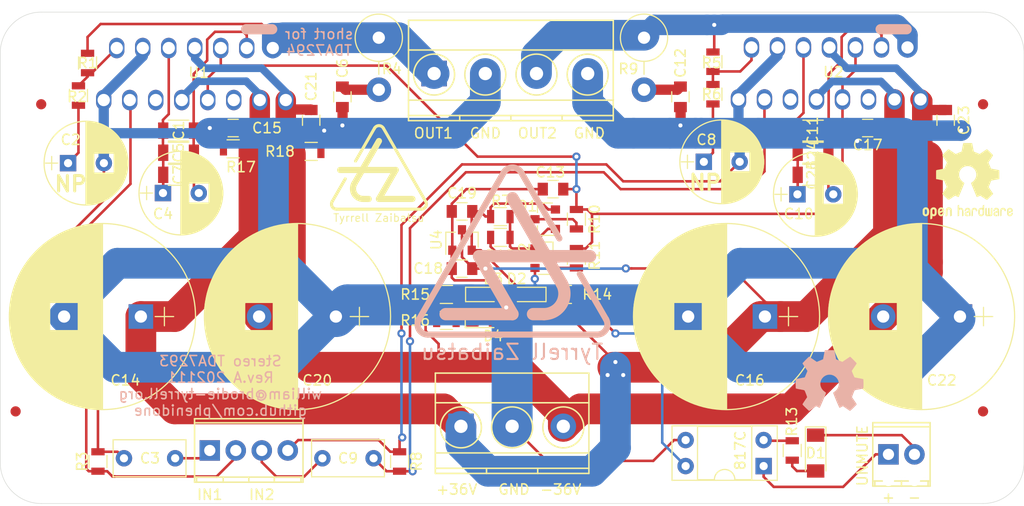
<source format=kicad_pcb>
(kicad_pcb (version 20171130) (host pcbnew 5.1.5+dfsg1-2build2)
  (layers (0 F.Cu signal) (31 B.Cu signal) (34 B.Paste user hide) (35 F.Paste user hide) (36 B.SilkS user) (37 F.SilkS user) (38 B.Mask user) (39 F.Mask user hide) (44 Edge.Cuts user))
  (net 0 "")
  (net 1 /GND)
  (net 2 "Net-(C1-Pad1)")
  (net 3 "Net-(C3-Pad2)")
  (net 4 "Net-(C3-Pad1)")
  (net 5 "Net-(C6-Pad1)")
  (net 6 "Net-(C9-Pad1)")
  (net 7 "Net-(C9-Pad2)")
  (net 8 "Net-(C10-Pad1)")
  (net 9 "Net-(C10-Pad2)")
  (net 10 "Net-(C12-Pad1)")
  (net 11 /MUTE)
  (net 12 /VCC)
  (net 13 /5V)
  (net 14 /VEE)
  (net 15 "Net-(D1-Pad2)")
  (net 16 "Net-(D1-Pad1)")
  (net 17 "Net-(J3-Pad1)")
  (net 18 "Net-(Q1-Pad1)")
  (net 19 "Net-(Q2-Pad3)")
  (net 20 "Net-(R1-Pad1)")
  (net 21 "Net-(R5-Pad1)")
  (net 22 "Net-(R12-Pad1)")
  (net 23 "Net-(R13-Pad2)")
  (net 24 "Net-(U1-Pad11)")
  (net 25 /CLIP1)
  (net 26 /CLIP2)
  (net 27 "Net-(U2-Pad11)")
  (net 28 /OUT2)
  (net 29 /OUT1)
  (net 30 "Net-(C1-Pad2)")
  (net 31 "Net-(C2-Pad1)")
  (net 32 "Net-(C8-Pad1)")
  (net 33 "Net-(D2-Pad1)")
  (net 34 "Net-(D3-Pad1)")
  (net 35 "Net-(D4-Pad1)")
  (net 36 "Net-(Q1-Pad3)")
  (module Resistors_SMD:R_0805 (layer F.Cu) (at 55.372 38.608)
    (fp_text reference R18 (at -3.048 0) (layer F.SilkS))
    (fp_text value 47k)
    (pad 1 smd rect (at -0.95 0) (size 0.7 1.3) (layers F.Cu F.Paste F.Mask) (net 14 /VEE))
    (pad 2 smd rect (at 0.95 0) (size 0.7 1.3) (layers F.Cu F.Paste F.Mask) (net 1 /GND))
  )
  (module Resistors_SMD:R_0805 (layer F.Cu) (at 47.752 38.354)
    (fp_text reference R17 (at 0.762 1.778) (layer F.SilkS))
    (fp_text value 47k)
    (pad 1 smd rect (at -0.95 0) (size 0.7 1.3) (layers F.Cu F.Paste F.Mask) (net 1 /GND))
    (pad 2 smd rect (at 0.95 0) (size 0.7 1.3) (layers F.Cu F.Paste F.Mask) (net 12 /VCC))
  )
  (module Resistors_SMD:R_0805 (layer F.Cu) (at 68.58 55.118 180)
    (fp_text reference R16 (at 3.048 0) (layer F.SilkS))
    (fp_text value 10k)
    (pad 1 smd rect (at -0.95 0 180) (size 0.7 1.3) (layers F.Cu F.Paste F.Mask) (net 35 "Net-(D4-Pad1)"))
    (pad 2 smd rect (at 0.95 0 180) (size 0.7 1.3) (layers F.Cu F.Paste F.Mask) (net 1 /GND))
  )
  (module LEDs:LED_0805 (layer F.Cu) (at 72.22 55.118)
    (fp_text reference D4 (at 0.932 1.524) (layer F.SilkS))
    (fp_text value LED)
    (pad 2 smd rect (at 1.1 0 180) (size 1.2 1.2) (layers F.Cu F.Paste F.Mask) (net 12 /VCC))
    (pad 1 smd rect (at -1.1 0 180) (size 1.2 1.2) (layers F.Cu F.Paste F.Mask) (net 35 "Net-(D4-Pad1)"))
  )
  (module Resistors_SMD:R_0805 (layer F.Cu) (at 68.58 52.578 180)
    (fp_text reference R15 (at 3.048 0) (layer F.SilkS))
    (fp_text value 10k)
    (pad 1 smd rect (at -0.95 0 180) (size 0.7 1.3) (layers F.Cu F.Paste F.Mask) (net 34 "Net-(D3-Pad1)"))
    (pad 2 smd rect (at 0.95 0 180) (size 0.7 1.3) (layers F.Cu F.Paste F.Mask) (net 14 /VEE))
  )
  (module Resistors_SMD:R_0805 (layer F.Cu) (at 80.198 52.578)
    (fp_text reference R14 (at 3.114 0) (layer F.SilkS))
    (fp_text value 1k)
    (pad 1 smd rect (at -0.95 0) (size 0.7 1.3) (layers F.Cu F.Paste F.Mask) (net 33 "Net-(D2-Pad1)"))
    (pad 2 smd rect (at 0.95 0) (size 0.7 1.3) (layers F.Cu F.Paste F.Mask) (net 22 "Net-(R12-Pad1)"))
  )
  (module LEDs:LED_0805 (layer F.Cu) (at 72.254 52.578)
    (fp_text reference D3 (at 0.898 -1.524) (layer F.SilkS))
    (fp_text value LED)
    (pad 2 smd rect (at 1.1 0 180) (size 1.2 1.2) (layers F.Cu F.Paste F.Mask) (net 1 /GND))
    (pad 1 smd rect (at -1.1 0 180) (size 1.2 1.2) (layers F.Cu F.Paste F.Mask) (net 34 "Net-(D3-Pad1)"))
  )
  (module LEDs:LED_0805 (layer F.Cu) (at 76.51 52.578 180)
    (fp_text reference D2 (at 1.072 1.524) (layer F.SilkS))
    (fp_text value LED)
    (pad 2 smd rect (at 1.1 0) (size 1.2 1.2) (layers F.Cu F.Paste F.Mask) (net 13 /5V))
    (pad 1 smd rect (at -1.1 0) (size 1.2 1.2) (layers F.Cu F.Paste F.Mask) (net 33 "Net-(D2-Pad1)"))
  )
  (module Capacitors_SMD:C_1206 (layer F.Cu) (at 104.394 40.894 180)
    (fp_text reference C25 (at 0.076 -0.016 90) (layer F.SilkS))
    (fp_text value 10u)
    (pad 1 smd rect (at -1.5 0 180) (size 1 1.6) (layers F.Cu F.Paste F.Mask) (net 9 "Net-(C10-Pad2)"))
    (pad 2 smd rect (at 1.5 0 180) (size 1 1.6) (layers F.Cu F.Paste F.Mask) (net 8 "Net-(C10-Pad1)"))
  )
  (module Capacitors_SMD:C_1206 (layer F.Cu) (at 104.394 38.735 180)
    (fp_text reference C24 (at 0 -0.254 90) (layer F.SilkS))
    (fp_text value 10u)
    (pad 1 smd rect (at -1.5 0 180) (size 1 1.6) (layers F.Cu F.Paste F.Mask) (net 9 "Net-(C10-Pad2)"))
    (pad 2 smd rect (at 1.5 0 180) (size 1 1.6) (layers F.Cu F.Paste F.Mask) (net 8 "Net-(C10-Pad1)"))
  )
  (module Capacitors_SMD:C_1206 (layer F.Cu) (at 104.394 36.576 180)
    (fp_text reference C11 (at 0.038 -0.016 90) (layer F.SilkS))
    (fp_text value 10u)
    (pad 1 smd rect (at -1.5 0 180) (size 1 1.6) (layers F.Cu F.Paste F.Mask) (net 9 "Net-(C10-Pad2)"))
    (pad 2 smd rect (at 1.5 0 180) (size 1 1.6) (layers F.Cu F.Paste F.Mask) (net 8 "Net-(C10-Pad1)"))
  )
  (module Capacitors_SMD:C_1206 (layer F.Cu) (at 42.418 40.894 180)
    (fp_text reference C7 (at 0 0 90) (layer F.SilkS))
    (fp_text value 10u)
    (pad 1 smd rect (at -1.5 0 180) (size 1 1.6) (layers F.Cu F.Paste F.Mask) (net 2 "Net-(C1-Pad1)"))
    (pad 2 smd rect (at 1.5 0 180) (size 1 1.6) (layers F.Cu F.Paste F.Mask) (net 30 "Net-(C1-Pad2)"))
  )
  (module Capacitors_SMD:C_1206 (layer F.Cu) (at 42.418 38.735 180)
    (fp_text reference C5 (at 0 0 90) (layer F.SilkS))
    (fp_text value 10u)
    (pad 1 smd rect (at -1.5 0 180) (size 1 1.6) (layers F.Cu F.Paste F.Mask) (net 2 "Net-(C1-Pad1)"))
    (pad 2 smd rect (at 1.5 0 180) (size 1 1.6) (layers F.Cu F.Paste F.Mask) (net 30 "Net-(C1-Pad2)"))
  )
  (module Capacitors_SMD:C_1206 (layer F.Cu) (at 42.418 36.576 180)
    (fp_text reference C1 (at -0.024 0 90) (layer F.SilkS))
    (fp_text value 10u)
    (pad 1 smd rect (at -1.5 0 180) (size 1 1.6) (layers F.Cu F.Paste F.Mask) (net 2 "Net-(C1-Pad1)"))
    (pad 2 smd rect (at 1.5 0 180) (size 1 1.6) (layers F.Cu F.Paste F.Mask) (net 30 "Net-(C1-Pad2)"))
  )
  (module Capacitors_ThroughHole:CP_Radial_D8.0mm_P3.50mm (layer F.Cu) (at 102.87 42.799)
    (fp_text reference C10 (at 0.127 1.905) (layer F.SilkS))
    (fp_text value 22u)
    (pad 1 thru_hole rect (at 0 0) (size 1.6 1.6) (drill 0.8) (layers *.Cu *.Mask) (net 8 "Net-(C10-Pad1)"))
    (pad 2 thru_hole circle (at 3.5 0) (size 1.6 1.6) (drill 0.8) (layers *.Cu *.Mask) (net 9 "Net-(C10-Pad2)"))
  )
  (module Capacitors_ThroughHole:CP_Radial_D8.0mm_P3.50mm (layer F.Cu) (at 93.726 39.624)
    (fp_text reference C8 (at 0.254 -2.159) (layer F.SilkS))
    (fp_text value "22u NP")
    (pad 1 thru_hole rect (at 0 0) (size 1.6 1.6) (drill 0.8) (layers *.Cu *.Mask) (net 32 "Net-(C8-Pad1)"))
    (pad 2 thru_hole circle (at 3.5 0) (size 1.6 1.6) (drill 0.8) (layers *.Cu *.Mask) (net 1 /GND))
  )
  (module Capacitors_ThroughHole:CP_Radial_D8.0mm_P3.50mm (layer F.Cu) (at 40.894 42.672)
    (fp_text reference C4 (at 0 2.032) (layer F.SilkS))
    (fp_text value 22u)
    (pad 1 thru_hole rect (at 0 0) (size 1.6 1.6) (drill 0.8) (layers *.Cu *.Mask) (net 30 "Net-(C1-Pad2)"))
    (pad 2 thru_hole circle (at 3.5 0) (size 1.6 1.6) (drill 0.8) (layers *.Cu *.Mask) (net 2 "Net-(C1-Pad1)"))
  )
  (module Capacitors_ThroughHole:CP_Radial_D8.0mm_P3.50mm (layer F.Cu) (at 31.623 39.751)
    (fp_text reference C2 (at 0.254 -2.286) (layer F.SilkS))
    (fp_text value "22u NP")
    (pad 1 thru_hole rect (at 0 0) (size 1.6 1.6) (drill 0.8) (layers *.Cu *.Mask) (net 31 "Net-(C2-Pad1)"))
    (pad 2 thru_hole circle (at 3.5 0) (size 1.6 1.6) (drill 0.8) (layers *.Cu *.Mask) (net 1 /GND))
  )
  (module pcb:OSHW-Symbol_6.7x6mm_BackSilkScreen (layer F.Cu) (at 106 61)
    (fp_text reference REF*** hide)
    (fp_text value OSHW-Symbol_6.7x6mm_SilkScreen hide)
  )
  (module tz:Tyrrell-Zaibatsu-20-Back (layer F.Cu) (at 75 49)
    (fp_text reference REF** hide)
    (fp_text value "Tyrrell Zaibatsu" hide)
    (fp_text user "Tyrrell Zaibatsu" (at 0 9.2) (layer B.SilkS) (effects (font (size 1.5 1.5) (thickness 0.2)) (justify mirror)))
  )
  (module Symbols:OSHW-Logo2_9.8x8mm_SilkScreen (layer F.Cu) (at 119.5 41.5)
    (fp_text reference REF*** hide)
    (fp_text value OSHW-Logo2_9.8x8mm_SilkScreen hide)
  )
  (module tz:Tyrrell-Zaibatsu-10 (layer F.Cu) (at 61.976 41)
    (fp_text reference REF** hide)
    (fp_text value "Tyrrell Zaibatsu" hide)
    (fp_text user "Tyrrell Zaibatsu" (at 0 4.1) (layer F.SilkS) (effects (font (size 0.75 0.75) (thickness 0.1))))
  )
  (module Terminals_Phoenix:TerminalBlock_Phoenix_MPT-2.54mm_2pol (layer F.Cu) (at 111.76 68.199)
    (fp_text reference J3 hide)
    (fp_text value Screw_Terminal_01x02 hide)
    (pad "" np_thru_hole circle (at 2.54 2.54) (size 1.1 1.1) (drill 1.1) (layers *.Cu *.Mask))
    (pad "" np_thru_hole circle (at 0 2.54) (size 1.1 1.1) (drill 1.1) (layers *.Cu *.Mask))
    (pad 1 thru_hole rect (at 0 0) (size 1.99898 1.99898) (drill 1.09728) (layers *.Cu *.Mask) (net 17 "Net-(J3-Pad1)"))
    (pad 2 thru_hole oval (at 2.54 0) (size 1.99898 1.99898) (drill 1.09728) (layers *.Cu *.Mask) (net 16 "Net-(D1-Pad1)"))
  )
  (module Terminals_Phoenix:TerminalBlock_Phoenix_MPT-2.54mm_4pol (layer F.Cu) (at 45.466 67.818)
    (fp_text reference J1 hide)
    (fp_text value Screw_Terminal_01x04 hide)
    (pad 3 thru_hole oval (at 5.08 0 180) (size 1.99898 1.99898) (drill 1.09728) (layers *.Cu *.Mask) (net 7 "Net-(C9-Pad2)"))
    (pad 2 thru_hole oval (at 2.54 0 180) (size 1.99898 1.99898) (drill 1.09728) (layers *.Cu *.Mask) (net 1 /GND))
    (pad 1 thru_hole rect (at 0 0 180) (size 1.99898 1.99898) (drill 1.09728) (layers *.Cu *.Mask) (net 3 "Net-(C3-Pad2)"))
    (pad 4 thru_hole oval (at 7.62 0 180) (size 1.99898 1.99898) (drill 1.09728) (layers *.Cu *.Mask) (net 1 /GND))
  )
  (module Mounting_Holes:MountingHole_3.2mm_M3 (layer F.Cu) (at 29 69)
    (fp_text reference H4 hide)
    (fp_text value MountingHole hide)
    (pad 1 np_thru_hole circle (at 0 0) (size 3.2 3.2) (drill 3.2) (layers *.Cu *.Mask))
  )
  (module Mounting_Holes:MountingHole_3.2mm_M3 (layer F.Cu) (at 121 69)
    (fp_text reference H3 hide)
    (fp_text value MountingHole hide)
    (pad 1 np_thru_hole circle (at 0 0) (size 3.2 3.2) (drill 3.2) (layers *.Cu *.Mask))
  )
  (module Mounting_Holes:MountingHole_3.2mm_M3 (layer F.Cu) (at 121 29)
    (fp_text reference H2 hide)
    (fp_text value MountingHole hide)
    (pad 1 np_thru_hole circle (at 0 0) (size 3.2 3.2) (drill 3.2) (layers *.Cu *.Mask))
  )
  (module Mounting_Holes:MountingHole_3.2mm_M3 (layer F.Cu) (at 29 29)
    (fp_text reference H1 hide)
    (fp_text value MountingHole hide)
    (pad 1 np_thru_hole circle (at 0 0) (size 3.2 3.2) (drill 3.2) (layers *.Cu *.Mask))
  )
  (module Fiducials:Fiducial_1mm_Dia_2mm_Outer (layer F.Cu) (at 26.5 64)
    (fp_text reference FID4 hide)
    (fp_text value Fiducial)
    (pad ~ smd circle (at 0 0) (size 1 1) (layers F.Cu F.Mask) (clearance 0.5))
  )
  (module Fiducials:Fiducial_1mm_Dia_2mm_Outer (layer F.Cu) (at 121 34)
    (fp_text reference FID3 hide)
    (fp_text value Fiducial)
    (pad ~ smd circle (at 0 0) (size 1 1) (layers F.Cu F.Mask) (clearance 0.5))
  )
  (module Fiducials:Fiducial_1mm_Dia_2mm_Outer (layer F.Cu) (at 29 34)
    (fp_text reference FID2 hide)
    (fp_text value Fiducial)
    (pad ~ smd circle (at 0 0) (size 1 1) (layers F.Cu F.Mask) (clearance 0.5))
  )
  (module Fiducials:Fiducial_1mm_Dia_2mm_Outer (layer F.Cu) (at 121 64)
    (fp_text reference FID1 hide)
    (fp_text value Fiducial)
    (pad ~ smd circle (at 0 0) (size 1 1) (layers F.Cu F.Mask) (clearance 0.5))
  )
  (module Capacitors_ThroughHole:C_Rect_L7.0mm_W3.5mm_P5.00mm (layer F.Cu) (at 37.084 68.58)
    (fp_text reference C3 (at 2.54 0) (layer F.SilkS))
    (fp_text value 1u hide)
    (pad 2 thru_hole circle (at 5 0) (size 1.6 1.6) (drill 0.8) (layers *.Cu *.Mask) (net 3 "Net-(C3-Pad2)"))
    (pad 1 thru_hole circle (at 0 0) (size 1.6 1.6) (drill 0.8) (layers *.Cu *.Mask) (net 4 "Net-(C3-Pad1)"))
  )
  (module Capacitors_SMD:C_0805 (layer F.Cu) (at 58.42 33.274 270)
    (fp_text reference C6 (at -2.794 0 270) (layer F.SilkS))
    (fp_text value 100n)
    (pad 1 smd rect (at -1 0 270) (size 1 1.25) (layers F.Cu F.Paste F.Mask) (net 5 "Net-(C6-Pad1)"))
    (pad 2 smd rect (at 1 0 270) (size 1 1.25) (layers F.Cu F.Paste F.Mask) (net 1 /GND))
  )
  (module Capacitors_ThroughHole:C_Rect_L7.0mm_W3.5mm_P5.00mm (layer F.Cu) (at 61.468 68.58 180)
    (fp_text reference C9 (at 2.5 0) (layer F.SilkS))
    (fp_text value 1u hide)
    (pad 1 thru_hole circle (at 0 0 180) (size 1.6 1.6) (drill 0.8) (layers *.Cu *.Mask) (net 6 "Net-(C9-Pad1)"))
    (pad 2 thru_hole circle (at 5 0 180) (size 1.6 1.6) (drill 0.8) (layers *.Cu *.Mask) (net 7 "Net-(C9-Pad2)"))
  )
  (module Capacitors_SMD:C_0805 (layer F.Cu) (at 91.44 33.274 270)
    (fp_text reference C12 (at -3.302 0 270) (layer F.SilkS))
    (fp_text value 100n)
    (pad 2 smd rect (at 1 0 270) (size 1 1.25) (layers F.Cu F.Paste F.Mask) (net 1 /GND))
    (pad 1 smd rect (at -1 0 270) (size 1 1.25) (layers F.Cu F.Paste F.Mask) (net 10 "Net-(C12-Pad1)"))
  )
  (module Capacitors_SMD:C_0805 (layer F.Cu) (at 78.994 42.291)
    (fp_text reference C13 (at -0.254 -1.651) (layer F.SilkS))
    (fp_text value 10u)
    (pad 2 smd rect (at 1 0) (size 1 1.25) (layers F.Cu F.Paste F.Mask) (net 11 /MUTE))
    (pad 1 smd rect (at -1 0) (size 1 1.25) (layers F.Cu F.Paste F.Mask) (net 1 /GND))
  )
  (module Capacitors_ThroughHole:CP_Radial_D18.0mm_P7.50mm (layer F.Cu) (at 38.735 54.737 180)
    (fp_text reference C14 (at 1.512 -6.232) (layer F.SilkS))
    (fp_text value 3300u)
    (pad 2 thru_hole circle (at 7.5 0 180) (size 2.4 2.4) (drill 1.2) (layers *.Cu *.Mask) (net 1 /GND))
    (pad 1 thru_hole rect (at 0 0 180) (size 2.4 2.4) (drill 1.2) (layers *.Cu *.Mask) (net 12 /VCC))
  )
  (module Capacitors_SMD:C_0805 (layer F.Cu) (at 47.752 36.322 180)
    (fp_text reference C15 (at -3.302 0) (layer F.SilkS))
    (fp_text value 1u)
    (pad 2 smd rect (at 1 0 180) (size 1 1.25) (layers F.Cu F.Paste F.Mask) (net 1 /GND))
    (pad 1 smd rect (at -1 0 180) (size 1 1.25) (layers F.Cu F.Paste F.Mask) (net 12 /VCC))
  )
  (module Capacitors_ThroughHole:CP_Radial_D18.0mm_P7.50mm (layer F.Cu) (at 99.695 54.737 180)
    (fp_text reference C16 (at 1.472 -6.232) (layer F.SilkS))
    (fp_text value 3300u)
    (pad 1 thru_hole rect (at 0 0 180) (size 2.4 2.4) (drill 1.2) (layers *.Cu *.Mask) (net 12 /VCC))
    (pad 2 thru_hole circle (at 7.5 0 180) (size 2.4 2.4) (drill 1.2) (layers *.Cu *.Mask) (net 1 /GND))
  )
  (module Capacitors_SMD:C_0805 (layer F.Cu) (at 109.728 36.322 180)
    (fp_text reference C17 (at 0 -1.651) (layer F.SilkS))
    (fp_text value 1u)
    (pad 1 smd rect (at -1 0 180) (size 1 1.25) (layers F.Cu F.Paste F.Mask) (net 12 /VCC))
    (pad 2 smd rect (at 1 0 180) (size 1 1.25) (layers F.Cu F.Paste F.Mask) (net 1 /GND))
  )
  (module Capacitors_SMD:C_0805 (layer F.Cu) (at 70.104 50.054 180)
    (fp_text reference C18 (at 3.302 0.016) (layer F.SilkS))
    (fp_text value 1u)
    (pad 1 smd rect (at -1 0 180) (size 1 1.25) (layers F.Cu F.Paste F.Mask) (net 12 /VCC))
    (pad 2 smd rect (at 1 0 180) (size 1 1.25) (layers F.Cu F.Paste F.Mask) (net 1 /GND))
  )
  (module Capacitors_SMD:C_0805 (layer F.Cu) (at 70.104 44.466 180)
    (fp_text reference C19 (at 0 1.778) (layer F.SilkS))
    (fp_text value 10u)
    (pad 2 smd rect (at 1 0 180) (size 1 1.25) (layers F.Cu F.Paste F.Mask) (net 1 /GND))
    (pad 1 smd rect (at -1 0 180) (size 1 1.25) (layers F.Cu F.Paste F.Mask) (net 13 /5V))
  )
  (module Capacitors_ThroughHole:CP_Radial_D18.0mm_P7.50mm (layer F.Cu) (at 57.785 54.737 180)
    (fp_text reference C20 (at 1.816 -6.232) (layer F.SilkS))
    (fp_text value 3300u)
    (pad 1 thru_hole rect (at 0 0 180) (size 2.4 2.4) (drill 1.2) (layers *.Cu *.Mask) (net 1 /GND))
    (pad 2 thru_hole circle (at 7.5 0 180) (size 2.4 2.4) (drill 1.2) (layers *.Cu *.Mask) (net 14 /VEE))
  )
  (module Capacitors_SMD:C_0805 (layer F.Cu) (at 55.372 35.56 90)
    (fp_text reference C21 (at 3.302 0 90) (layer F.SilkS))
    (fp_text value 1u)
    (pad 2 smd rect (at 1 0 90) (size 1 1.25) (layers F.Cu F.Paste F.Mask) (net 14 /VEE))
    (pad 1 smd rect (at -1 0 90) (size 1 1.25) (layers F.Cu F.Paste F.Mask) (net 1 /GND))
  )
  (module Capacitors_ThroughHole:CP_Radial_D18.0mm_P7.50mm (layer F.Cu) (at 118.745 54.737 180)
    (fp_text reference C22 (at 1.776 -6.232) (layer F.SilkS))
    (fp_text value 3300u)
    (pad 2 thru_hole circle (at 7.5 0 180) (size 2.4 2.4) (drill 1.2) (layers *.Cu *.Mask) (net 14 /VEE))
    (pad 1 thru_hole rect (at 0 0 180) (size 2.4 2.4) (drill 1.2) (layers *.Cu *.Mask) (net 1 /GND))
  )
  (module Capacitors_SMD:C_0805 (layer F.Cu) (at 117.348 35.56 90)
    (fp_text reference C23 (at 0 1.778 90) (layer F.SilkS))
    (fp_text value 1u)
    (pad 2 smd rect (at 1 0 90) (size 1 1.25) (layers F.Cu F.Paste F.Mask) (net 14 /VEE))
    (pad 1 smd rect (at -1 0 90) (size 1 1.25) (layers F.Cu F.Paste F.Mask) (net 1 /GND))
  )
  (module Diodes_SMD:D_MiniMELF (layer F.Cu) (at 104.648 68.072 270)
    (fp_text reference D1 (at 0 0 180) (layer F.SilkS))
    (fp_text value LL4148 hide)
    (pad 2 smd rect (at 1.75 0 270) (size 1.3 1.7) (layers F.Cu F.Paste F.Mask) (net 15 "Net-(D1-Pad2)"))
    (pad 1 smd rect (at -1.75 0 270) (size 1.3 1.7) (layers F.Cu F.Paste F.Mask) (net 16 "Net-(D1-Pad1)"))
  )
  (module Terminals_Phoenix:TerminalBlock_Phoenix_MKDS1.5-4pol (layer F.Cu) (at 67.38 31)
    (fp_text reference J2 hide)
    (fp_text value Screw_Terminal_01x04 hide)
    (pad 4 thru_hole circle (at 15 0) (size 2.5 2.5) (drill 1.3) (layers *.Cu *.Mask) (net 1 /GND))
    (pad 3 thru_hole circle (at 10 0) (size 2.5 2.5) (drill 1.3) (layers *.Cu *.Mask) (net 28 /OUT2))
    (pad 1 thru_hole rect (at 0 0) (size 2.5 2.5) (drill 1.3) (layers *.Cu *.Mask) (net 29 /OUT1))
    (pad 2 thru_hole circle (at 5 0) (size 2.5 2.5) (drill 1.3) (layers *.Cu *.Mask) (net 1 /GND))
  )
  (module Terminals_Phoenix:TerminalBlock_Phoenix_MKDS1.5-3pol (layer F.Cu) (at 70 65.46)
    (fp_text reference J4 hide)
    (fp_text value Screw_Terminal_01x03 hide)
    (pad 3 thru_hole circle (at 10 0) (size 2.5 2.5) (drill 1.3) (layers *.Cu *.Mask) (net 14 /VEE))
    (pad 1 thru_hole rect (at 0 0) (size 2.5 2.5) (drill 1.3) (layers *.Cu *.Mask) (net 12 /VCC))
    (pad 2 thru_hole circle (at 5 0) (size 2.5 2.5) (drill 1.3) (layers *.Cu *.Mask) (net 1 /GND))
  )
  (module TO_SOT_Packages_SMD:SOT-23 (layer F.Cu) (at 78.232 45.228 180)
    (fp_text reference Q1 (at 1.778 1.27) (layer F.SilkS))
    (fp_text value BSS84)
    (pad 3 smd rect (at 1 0 180) (size 0.9 0.8) (layers F.Cu F.Paste F.Mask) (net 36 "Net-(Q1-Pad3)"))
    (pad 2 smd rect (at -1 0.95 180) (size 0.9 0.8) (layers F.Cu F.Paste F.Mask) (net 13 /5V))
    (pad 1 smd rect (at -1 -0.95 180) (size 0.9 0.8) (layers F.Cu F.Paste F.Mask) (net 18 "Net-(Q1-Pad1)"))
  )
  (module TO_SOT_Packages_SMD:SOT-23 (layer F.Cu) (at 78.232 49.038)
    (fp_text reference Q2 (at -2.032 -0.524 270) (layer F.SilkS))
    (fp_text value 2N7002)
    (pad 1 smd rect (at -1 -0.95) (size 0.9 0.8) (layers F.Cu F.Paste F.Mask) (net 18 "Net-(Q1-Pad1)"))
    (pad 2 smd rect (at -1 0.95) (size 0.9 0.8) (layers F.Cu F.Paste F.Mask) (net 1 /GND))
    (pad 3 smd rect (at 1 0) (size 0.9 0.8) (layers F.Cu F.Paste F.Mask) (net 19 "Net-(Q2-Pad3)"))
  )
  (module Resistors_SMD:R_0805 (layer F.Cu) (at 33.528 29.972 90)
    (fp_text reference R1 (at 0 0 180) (layer F.SilkS))
    (fp_text value 22k)
    (pad 1 smd rect (at -0.95 0 90) (size 0.7 1.3) (layers F.Cu F.Paste F.Mask) (net 20 "Net-(R1-Pad1)"))
    (pad 2 smd rect (at 0.95 0 90) (size 0.7 1.3) (layers F.Cu F.Paste F.Mask) (net 29 /OUT1))
  )
  (module Resistors_SMD:R_0805 (layer F.Cu) (at 32.639 33.147 270)
    (fp_text reference R2 (at 0.127 0.127 180) (layer F.SilkS))
    (fp_text value 680)
    (pad 2 smd rect (at 0.95 0 270) (size 0.7 1.3) (layers F.Cu F.Paste F.Mask) (net 31 "Net-(C2-Pad1)"))
    (pad 1 smd rect (at -0.95 0 270) (size 0.7 1.3) (layers F.Cu F.Paste F.Mask) (net 20 "Net-(R1-Pad1)"))
  )
  (module Resistors_SMD:R_0805 (layer F.Cu) (at 34.544 68.895 90)
    (fp_text reference R3 (at -0.01 -1.544 90) (layer F.SilkS))
    (fp_text value 22k)
    (pad 2 smd rect (at 0.95 0 90) (size 0.7 1.3) (layers F.Cu F.Paste F.Mask) (net 4 "Net-(C3-Pad1)"))
    (pad 1 smd rect (at -0.95 0 90) (size 0.7 1.3) (layers F.Cu F.Paste F.Mask) (net 1 /GND))
  )
  (module Resistors_ThroughHole:R_Axial_DIN0414_L11.9mm_D4.5mm_P5.08mm_Vertical (layer F.Cu) (at 61.976 27.5 270)
    (fp_text reference R4 (at 3.048 -1.27 180) (layer F.SilkS))
    (fp_text value 2R7 hide)
    (pad 1 thru_hole circle (at 0 0 270) (size 2.4 2.4) (drill 1.2) (layers *.Cu *.Mask) (net 29 /OUT1))
    (pad 2 thru_hole oval (at 5.08 0 270) (size 2.4 2.4) (drill 1.2) (layers *.Cu *.Mask) (net 5 "Net-(C6-Pad1)"))
  )
  (module Resistors_SMD:R_0805 (layer F.Cu) (at 94.615 29.845 90)
    (fp_text reference R5 (at -0.127 -0.127 180) (layer F.SilkS))
    (fp_text value 22k)
    (pad 2 smd rect (at 0.95 0 90) (size 0.7 1.3) (layers F.Cu F.Paste F.Mask) (net 28 /OUT2))
    (pad 1 smd rect (at -0.95 0 90) (size 0.7 1.3) (layers F.Cu F.Paste F.Mask) (net 21 "Net-(R5-Pad1)"))
  )
  (module Resistors_SMD:R_0805 (layer F.Cu) (at 94.615 33.02 270)
    (fp_text reference R6 (at 0 0.127 180) (layer F.SilkS))
    (fp_text value 680)
    (pad 1 smd rect (at -0.95 0 270) (size 0.7 1.3) (layers F.Cu F.Paste F.Mask) (net 21 "Net-(R5-Pad1)"))
    (pad 2 smd rect (at 0.95 0 270) (size 0.7 1.3) (layers F.Cu F.Paste F.Mask) (net 32 "Net-(C8-Pad1)"))
  )
  (module Resistors_SMD:R_0805 (layer F.Cu) (at 73.848 44.974 180)
    (fp_text reference R7 (at -0.066 1.54 180) (layer F.SilkS))
    (fp_text value 10k)
    (pad 1 smd rect (at -0.95 0 180) (size 0.7 1.3) (layers F.Cu F.Paste F.Mask) (net 18 "Net-(Q1-Pad1)"))
    (pad 2 smd rect (at 0.95 0 180) (size 0.7 1.3) (layers F.Cu F.Paste F.Mask) (net 13 /5V))
  )
  (module Resistors_SMD:R_0805 (layer F.Cu) (at 64.008 68.895 270)
    (fp_text reference R8 (at 0 -1.65 90) (layer F.SilkS))
    (fp_text value 22k)
    (pad 2 smd rect (at 0.95 0 270) (size 0.7 1.3) (layers F.Cu F.Paste F.Mask) (net 6 "Net-(C9-Pad1)"))
    (pad 1 smd rect (at -0.95 0 270) (size 0.7 1.3) (layers F.Cu F.Paste F.Mask) (net 1 /GND))
  )
  (module Resistors_ThroughHole:R_Axial_DIN0414_L11.9mm_D4.5mm_P5.08mm_Vertical (layer F.Cu) (at 87.884 27.5 270)
    (fp_text reference R9 (at 3.048 1.524 180) (layer F.SilkS))
    (fp_text value 2R7 hide)
    (pad 2 thru_hole oval (at 5.08 0 270) (size 2.4 2.4) (drill 1.2) (layers *.Cu *.Mask) (net 10 "Net-(C12-Pad1)"))
    (pad 1 thru_hole circle (at 0 0 270) (size 2.4 2.4) (drill 1.2) (layers *.Cu *.Mask) (net 28 /OUT2))
  )
  (module Resistors_SMD:R_0805 (layer F.Cu) (at 81.28 45.228 90)
    (fp_text reference R10 (at 0 1.778 90) (layer F.SilkS))
    (fp_text value 10k)
    (pad 2 smd rect (at 0.95 0 90) (size 0.7 1.3) (layers F.Cu F.Paste F.Mask) (net 11 /MUTE))
    (pad 1 smd rect (at -0.95 0 90) (size 0.7 1.3) (layers F.Cu F.Paste F.Mask) (net 36 "Net-(Q1-Pad3)"))
  )
  (module Resistors_SMD:R_0805 (layer F.Cu) (at 81.28 49.038 90)
    (fp_text reference R11 (at 0.254 1.778 90) (layer F.SilkS))
    (fp_text value 1k)
    (pad 1 smd rect (at -0.95 0 90) (size 0.7 1.3) (layers F.Cu F.Paste F.Mask) (net 19 "Net-(Q2-Pad3)"))
    (pad 2 smd rect (at 0.95 0 90) (size 0.7 1.3) (layers F.Cu F.Paste F.Mask) (net 11 /MUTE))
  )
  (module Resistors_SMD:R_0805 (layer F.Cu) (at 73.848 47.006)
    (fp_text reference R12 (at 0 1.778) (layer F.SilkS))
    (fp_text value 100)
    (pad 1 smd rect (at -0.95 0) (size 0.7 1.3) (layers F.Cu F.Paste F.Mask) (net 22 "Net-(R12-Pad1)"))
    (pad 2 smd rect (at 0.95 0) (size 0.7 1.3) (layers F.Cu F.Paste F.Mask) (net 18 "Net-(Q1-Pad1)"))
  )
  (module Resistors_SMD:R_0805 (layer F.Cu) (at 102.362 67.818 90)
    (fp_text reference R13 (at 2.818 -0.044 270) (layer F.SilkS))
    (fp_text value 3k9)
    (pad 2 smd rect (at 0.95 0 90) (size 0.7 1.3) (layers F.Cu F.Paste F.Mask) (net 23 "Net-(R13-Pad2)"))
    (pad 1 smd rect (at -0.95 0 90) (size 0.7 1.3) (layers F.Cu F.Paste F.Mask) (net 15 "Net-(D1-Pad2)"))
  )
  (module power:Multiwatt15V (layer F.Cu) (at 44 28.508)
    (fp_text reference U1 (at 0.381 2.413) (layer F.SilkS))
    (fp_text value TDA7293)
    (pad 15 thru_hole oval (at 8.89 5.08 90) (size 2 1.5) (drill 1.2) (layers *.Cu *.Mask) (net 14 /VEE))
    (pad 14 thru_hole oval (at 7.62 0 90) (size 2 1.5) (drill 1.2) (layers *.Cu *.Mask) (net 29 /OUT1))
    (pad 13 thru_hole oval (at 6.35 5.08 90) (size 2 1.5) (drill 1.2) (layers *.Cu *.Mask) (net 12 /VCC))
    (pad 12 thru_hole oval (at 5.08 0 90) (size 2 1.5) (drill 1.2) (layers *.Cu *.Mask) (net 2 "Net-(C1-Pad1)"))
    (pad 11 thru_hole oval (at 3.81 5.08 90) (size 2 1.5) (drill 1.2) (layers *.Cu *.Mask) (net 24 "Net-(U1-Pad11)"))
    (pad 10 thru_hole oval (at 2.54 0 90) (size 2 1.5) (drill 1.2) (layers *.Cu *.Mask) (net 11 /MUTE))
    (pad 9 thru_hole oval (at 1.27 5.08 90) (size 2 1.5) (drill 1.2) (layers *.Cu *.Mask) (net 11 /MUTE))
    (pad 8 thru_hole oval (at 0 0 90) (size 2 1.5) (drill 1.2) (layers *.Cu *.Mask) (net 14 /VEE))
    (pad 7 thru_hole oval (at -1.27 5.08 90) (size 2 1.5) (drill 1.2) (layers *.Cu *.Mask) (net 12 /VCC))
    (pad 6 thru_hole oval (at -2.54 0 90) (size 2 1.5) (drill 1.2) (layers *.Cu *.Mask) (net 30 "Net-(C1-Pad2)"))
    (pad 5 thru_hole oval (at -3.81 5.08 90) (size 2 1.5) (drill 1.2) (layers *.Cu *.Mask) (net 25 /CLIP1))
    (pad 4 thru_hole oval (at -5.08 0 90) (size 2 1.5) (drill 1.2) (layers *.Cu *.Mask) (net 1 /GND))
    (pad 3 thru_hole oval (at -6.35 5.08 90) (size 2 1.5) (drill 1.2) (layers *.Cu *.Mask) (net 4 "Net-(C3-Pad1)"))
    (pad 2 thru_hole oval (at -7.62 0 90) (size 2 1.5) (drill 1.2) (layers *.Cu *.Mask) (net 20 "Net-(R1-Pad1)"))
    (pad 1 thru_hole oval (at -8.89 5.08 90) (size 2 1.5) (drill 1.2) (layers *.Cu *.Mask) (net 1 /GND))
  )
  (module power:Multiwatt15V (layer F.Cu) (at 106 28.448)
    (fp_text reference U2 (at 0.381 2.413) (layer F.SilkS))
    (fp_text value TDA7293)
    (pad 15 thru_hole oval (at 8.89 5.08 90) (size 2 1.5) (drill 1.2) (layers *.Cu *.Mask) (net 14 /VEE))
    (pad 14 thru_hole oval (at 7.62 0 90) (size 2 1.5) (drill 1.2) (layers *.Cu *.Mask) (net 28 /OUT2))
    (pad 13 thru_hole oval (at 6.35 5.08 90) (size 2 1.5) (drill 1.2) (layers *.Cu *.Mask) (net 12 /VCC))
    (pad 12 thru_hole oval (at 5.08 0 90) (size 2 1.5) (drill 1.2) (layers *.Cu *.Mask) (net 9 "Net-(C10-Pad2)"))
    (pad 11 thru_hole oval (at 3.81 5.08 90) (size 2 1.5) (drill 1.2) (layers *.Cu *.Mask) (net 27 "Net-(U2-Pad11)"))
    (pad 10 thru_hole oval (at 2.54 0 90) (size 2 1.5) (drill 1.2) (layers *.Cu *.Mask) (net 11 /MUTE))
    (pad 9 thru_hole oval (at 1.27 5.08 90) (size 2 1.5) (drill 1.2) (layers *.Cu *.Mask) (net 11 /MUTE))
    (pad 8 thru_hole oval (at 0 0 90) (size 2 1.5) (drill 1.2) (layers *.Cu *.Mask) (net 14 /VEE))
    (pad 7 thru_hole oval (at -1.27 5.08 90) (size 2 1.5) (drill 1.2) (layers *.Cu *.Mask) (net 12 /VCC))
    (pad 6 thru_hole oval (at -2.54 0 90) (size 2 1.5) (drill 1.2) (layers *.Cu *.Mask) (net 8 "Net-(C10-Pad1)"))
    (pad 5 thru_hole oval (at -3.81 5.08 90) (size 2 1.5) (drill 1.2) (layers *.Cu *.Mask) (net 26 /CLIP2))
    (pad 4 thru_hole oval (at -5.08 0 90) (size 2 1.5) (drill 1.2) (layers *.Cu *.Mask) (net 1 /GND))
    (pad 3 thru_hole oval (at -6.35 5.08 90) (size 2 1.5) (drill 1.2) (layers *.Cu *.Mask) (net 6 "Net-(C9-Pad1)"))
    (pad 2 thru_hole oval (at -7.62 0 90) (size 2 1.5) (drill 1.2) (layers *.Cu *.Mask) (net 21 "Net-(R5-Pad1)"))
    (pad 1 thru_hole oval (at -8.89 5.08 90) (size 2 1.5) (drill 1.2) (layers *.Cu *.Mask) (net 1 /GND))
  )
  (module Housings_DIP:DIP-4_W7.62mm_Socket (layer F.Cu) (at 99.568 69.342 180)
    (fp_text reference U3 hide)
    (fp_text value PC817)
    (pad 4 thru_hole oval (at 7.62 0 180) (size 1.6 1.6) (drill 0.8) (layers *.Cu *.Mask) (net 22 "Net-(R12-Pad1)"))
    (pad 2 thru_hole oval (at 0 2.54 180) (size 1.6 1.6) (drill 0.8) (layers *.Cu *.Mask) (net 23 "Net-(R13-Pad2)"))
    (pad 3 thru_hole oval (at 7.62 2.54 180) (size 1.6 1.6) (drill 0.8) (layers *.Cu *.Mask) (net 1 /GND))
    (pad 1 thru_hole rect (at 0 0 180) (size 1.6 1.6) (drill 0.8) (layers *.Cu *.Mask) (net 17 "Net-(J3-Pad1)"))
  )
  (module TO_SOT_Packages_SMD:SOT-23 (layer F.Cu) (at 70.104 47.26 90)
    (fp_text reference U4 (at 0.016 -2.5 90) (layer F.SilkS))
    (fp_text value MCP1792)
    (pad 3 smd rect (at 1 0 90) (size 0.9 0.8) (layers F.Cu F.Paste F.Mask) (net 12 /VCC))
    (pad 2 smd rect (at -1 0.95 90) (size 0.9 0.8) (layers F.Cu F.Paste F.Mask) (net 13 /5V))
    (pad 1 smd rect (at -1 -0.95 90) (size 0.9 0.8) (layers F.Cu F.Paste F.Mask) (net 1 /GND))
  )
  (gr_text "short for\nTDA7294" (at 56.134 27.94) (layer B.SilkS) (effects (font (size 1 1)) (justify mirror)))
  (gr_line (start 49.022 26.67) (end 51.562 26.67) (layer B.SilkS) (width 1))
  (gr_line (start 110.998 26.67) (end 113.538 26.67) (layer B.SilkS) (width 1))
  (gr_text NP (at 93.853 41.656) (layer F.SilkS) (effects (font (size 1.5 1.5) (thickness 0.3))))
  (gr_text NP (at 31.877 41.783) (layer F.SilkS) (effects (font (size 1.5 1.5) (thickness 0.3))))
  (gr_text "Stereo TDA7293\nRev.A 202111\nwilliam@brodie-tyrrell.org\ngithub.com/phenidone" (at 46.5 61.5) (layer B.SilkS) (effects (font (size 1 1)) (justify mirror)))
  (gr_arc (start 29 29) (end 29 25) (angle -90) (layer Edge.Cuts) (width 0.05))
  (gr_arc (start 29 69) (end 25 69) (angle -90) (layer Edge.Cuts) (width 0.05))
  (gr_arc (start 121 69) (end 121 73) (angle -90) (layer Edge.Cuts) (width 0.05))
  (gr_arc (start 121 29) (end 125 29) (angle -90) (layer Edge.Cuts) (width 0.05))
  (gr_text - (at 114.3 72.39) (layer F.SilkS) (effects (font (size 1 1))))
  (gr_text + (at 111.76 72.39) (layer F.SilkS) (effects (font (size 1 1))))
  (gr_text GND (at 82.55 36.83) (layer F.SilkS) (effects (font (size 1 1))))
  (gr_text GND (at 72.39 36.83) (layer F.SilkS) (effects (font (size 1 1))))
  (gr_text OUT2 (at 77.47 36.83) (layer F.SilkS) (effects (font (size 1 1))))
  (gr_text OUT1 (at 67.31 36.83) (layer F.SilkS) (effects (font (size 1 1))))
  (gr_text UNMUTE (at 109.22 68.326 90) (layer F.SilkS) (effects (font (size 1 1))))
  (gr_text 817C (at 97.282 67.818 90) (layer F.SilkS) (effects (font (size 1 1))))
  (gr_text -36V (at 79.756 71.628) (layer F.SilkS) (effects (font (size 1 1))))
  (gr_text GND (at 75.184 71.628) (layer F.SilkS) (effects (font (size 1 1))))
  (gr_text +36V (at 69.596 71.628) (layer F.SilkS) (effects (font (size 1 1))))
  (gr_text IN2 (at 50.546 72.136) (layer F.SilkS) (effects (font (size 1 1))))
  (gr_text IN1 (at 45.466 72.136) (layer F.SilkS) (effects (font (size 1 1))))
  (gr_line (start 29 73) (end 121 73) (layer Edge.Cuts) (width 0.05))
  (gr_line (start 121 25) (end 29 25) (layer Edge.Cuts) (width 0.05))
  (gr_line (start 125 69) (end 125 29) (layer Edge.Cuts) (width 0.05))
  (gr_line (start 25 29) (end 25 69) (layer Edge.Cuts) (width 0.05))
  (segment (start 69.104 50.054) (end 69.104 49.816) (width 0.25) (layer F.Cu) (net 1))
  (segment (start 69.104 48.31) (end 69.154 48.26) (width 0.25) (layer F.Cu) (net 1))
  (segment (start 69.104 50.054) (end 69.104 48.31) (width 0.25) (layer F.Cu) (net 1))
  (segment (start 38.92 29.31027) (end 38.92 28.508) (width 1) (layer B.Cu) (net 1))
  (segment (start 35.11 33.12027) (end 38.92 29.31027) (width 1) (layer B.Cu) (net 1))
  (segment (start 35.11 33.588) (end 35.11 33.12027) (width 1) (layer B.Cu) (net 1))
  (segment (start 97.11 33.528) (end 97.11 33.06027) (width 1) (layer B.Cu) (net 1))
  (segment (start 97.11 33.06027) (end 100.92 29.25027) (width 1) (layer B.Cu) (net 1))
  (segment (start 100.92 29.25027) (end 100.92 28.448) (width 1) (layer B.Cu) (net 1))
  (segment (start 97.062 36.576) (end 97.028 36.576) (width 2) (layer B.Cu) (net 1))
  (segment (start 97.11 36.528) (end 97.062 36.576) (width 2) (layer B.Cu) (net 1))
  (segment (start 97.11 33.528) (end 97.11 36.528) (width 1) (layer B.Cu) (net 1))
  (segment (start 92.195 54.737) (end 92.195 54.617) (width 2) (layer B.Cu) (net 1))
  (segment (start 118.745 54.737) (end 118.745 54.991) (width 2) (layer B.Cu) (net 1))
  (segment (start 57.785 54.737) (end 57.531 54.737) (width 2) (layer B.Cu) (net 1))
  (segment (start 75 65.46) (end 75 65.208) (width 2) (layer B.Cu) (net 1))
  (via (at 58.42 36.068) (size 1) (drill 0.4) (layers F.Cu B.Cu) (net 1))
  (segment (start 58.436 34.544) (end 58.436 36.052) (width 1) (layer F.Cu) (net 1))
  (segment (start 94.488 36.576) (end 93.472 36.576) (width 2) (layer B.Cu) (net 1))
  (segment (start 114.100001 37.392001) (end 114.100001 49.475999) (width 3) (layer B.Cu) (net 1))
  (segment (start 113.284 36.83) (end 107.695998 36.83) (width 3) (layer B.Cu) (net 1))
  (segment (start 91.948 66.802) (end 91.694 66.802) (width 0.25) (layer B.Cu) (net 1))
  (segment (start 48 67.824) (end 48.006 67.818) (width 0.25) (layer F.Cu) (net 1))
  (segment (start 48 68.5) (end 48 67.824) (width 0.25) (layer F.Cu) (net 1))
  (segment (start 46.142 70.358) (end 48 68.5) (width 0.25) (layer F.Cu) (net 1))
  (segment (start 114.046 59.69) (end 97.148 59.69) (width 3) (layer B.Cu) (net 1))
  (segment (start 97.148 59.69) (end 92.195 54.737) (width 3) (layer B.Cu) (net 1))
  (segment (start 118.745 54.991) (end 114.046 59.69) (width 3) (layer B.Cu) (net 1))
  (segment (start 36.188 59.69) (end 31.235 54.737) (width 3) (layer B.Cu) (net 1))
  (segment (start 52.578 59.69) (end 36.188 59.69) (width 3) (layer B.Cu) (net 1))
  (segment (start 57.531 54.737) (end 52.578 59.69) (width 3) (layer B.Cu) (net 1))
  (segment (start 36.442 49.53) (end 52.238 49.53) (width 3) (layer B.Cu) (net 1))
  (segment (start 31.235 54.737) (end 36.442 49.53) (width 3) (layer B.Cu) (net 1))
  (segment (start 57.785 54.737) (end 51.562 48.514) (width 3) (layer B.Cu) (net 1))
  (segment (start 97.282 49.53) (end 112.522 49.53) (width 3) (layer B.Cu) (net 1))
  (segment (start 92.195 54.617) (end 97.282 49.53) (width 3) (layer B.Cu) (net 1))
  (segment (start 113.792 49.784) (end 118.745 54.737) (width 3) (layer B.Cu) (net 1))
  (segment (start 113.792 49.276) (end 113.792 49.784) (width 3) (layer B.Cu) (net 1))
  (segment (start 51.689 36.83) (end 51.689 49.53) (width 3) (layer B.Cu) (net 1))
  (segment (start 93.123 36.925) (end 93.472 36.576) (width 0.25) (layer B.Cu) (net 1))
  (segment (start 78.374 68.834) (end 75 65.46) (width 0.25) (layer F.Cu) (net 1))
  (segment (start 88.78463 68.834) (end 78.374 68.834) (width 0.25) (layer F.Cu) (net 1))
  (segment (start 90.81663 66.802) (end 88.78463 68.834) (width 0.25) (layer F.Cu) (net 1))
  (segment (start 91.948 66.802) (end 90.81663 66.802) (width 0.25) (layer F.Cu) (net 1))
  (segment (start 69.154 44.516) (end 69.104 44.466) (width 0.25) (layer F.Cu) (net 1))
  (segment (start 69.154 48.26) (end 69.154 44.516) (width 0.25) (layer F.Cu) (net 1))
  (segment (start 99.004 36.886) (end 99.06 36.83) (width 0.25) (layer B.Cu) (net 1))
  (segment (start 107.695998 36.83) (end 99.06 36.83) (width 3) (layer B.Cu) (net 1))
  (segment (start 35.123 39.751) (end 35.123 38.61963) (width 1) (layer B.Cu) (net 1))
  (segment (start 97.226 39.624) (end 97.226 37.409) (width 1) (layer B.Cu) (net 1))
  (segment (start 69.342 36.83) (end 72.38 33.792) (width 3) (layer B.Cu) (net 1))
  (segment (start 72.38 33.792) (end 72.38 31) (width 3) (layer B.Cu) (net 1))
  (segment (start 51.689 36.83) (end 69.342 36.83) (width 3) (layer B.Cu) (net 1))
  (segment (start 35.957 70.358) (end 36.195 70.358) (width 0.25) (layer F.Cu) (net 1))
  (segment (start 34.544 69.845) (end 35.444 69.845) (width 0.25) (layer F.Cu) (net 1))
  (segment (start 36.195 70.358) (end 46.142 70.358) (width 0.25) (layer F.Cu) (net 1))
  (segment (start 35.444 69.845) (end 35.957 70.358) (width 0.25) (layer F.Cu) (net 1))
  (segment (start 36.096 70.358) (end 36.195 70.358) (width 0.25) (layer F.Cu) (net 1))
  (segment (start 35.123 43.363) (end 35.123 39.751) (width 0.25) (layer F.Cu) (net 1))
  (segment (start 27.996 50.49) (end 35.123 43.363) (width 0.25) (layer F.Cu) (net 1))
  (segment (start 27.996 57.714) (end 27.996 50.49) (width 0.25) (layer F.Cu) (net 1))
  (segment (start 33.401 63.119) (end 27.996 57.714) (width 0.25) (layer F.Cu) (net 1))
  (segment (start 33.401 69.602) (end 33.401 63.119) (width 0.25) (layer F.Cu) (net 1))
  (segment (start 33.644 69.845) (end 33.401 69.602) (width 0.25) (layer F.Cu) (net 1))
  (segment (start 34.544 69.845) (end 33.644 69.845) (width 0.25) (layer F.Cu) (net 1))
  (segment (start 97.226 39.68) (end 97.226 39.624) (width 0.25) (layer B.Cu) (net 1))
  (segment (start 58.928 53.594) (end 71.12 53.594) (width 4) (layer B.Cu) (net 1))
  (segment (start 57.785 54.737) (end 58.928 53.594) (width 4) (layer B.Cu) (net 1))
  (segment (start 70.485 53.594) (end 75.565 53.594) (width 4) (layer B.Cu) (net 1))
  (via (at 77.215996 51.054) (size 0.8) (drill 0.4) (layers F.Cu B.Cu) (net 1))
  (segment (start 77.232 49.988) (end 77.232 51.037996) (width 0.25) (layer F.Cu) (net 1))
  (segment (start 77.232 51.037996) (end 77.215996 51.054) (width 0.25) (layer F.Cu) (net 1))
  (segment (start 75.057 54.864) (end 77.215996 52.705004) (width 0.25) (layer B.Cu) (net 1))
  (segment (start 77.215996 51.561996) (end 77.215996 51.054) (width 0.25) (layer B.Cu) (net 1))
  (segment (start 77.47 51.816) (end 77.215996 51.561996) (width 0.25) (layer B.Cu) (net 1))
  (segment (start 73.354 52.578) (end 73.354 51.728) (width 0.25) (layer F.Cu) (net 1))
  (segment (start 73.354 51.728) (end 72.825999 51.199999) (width 0.25) (layer F.Cu) (net 1))
  (segment (start 69.374999 51.199999) (end 72.825999 51.199999) (width 0.25) (layer F.Cu) (net 1))
  (segment (start 69.104 50.929) (end 69.374999 51.199999) (width 0.25) (layer F.Cu) (net 1))
  (segment (start 69.104 50.054) (end 69.104 50.929) (width 0.25) (layer F.Cu) (net 1))
  (segment (start 75 54.159) (end 75 65.46) (width 4) (layer B.Cu) (net 1))
  (segment (start 75.565 53.594) (end 75 54.159) (width 4) (layer B.Cu) (net 1))
  (via (at 118.855996 36.56) (size 1) (drill 0.4) (layers F.Cu B.Cu) (net 1))
  (segment (start 119.11 36.56) (end 118.855996 36.56) (width 0.25) (layer F.Cu) (net 1))
  (segment (start 118.839996 36.576) (end 118.855996 36.56) (width 2) (layer B.Cu) (net 1))
  (segment (start 114.3 36.576) (end 118.839996 36.576) (width 2) (layer B.Cu) (net 1))
  (segment (start 114.100001 36.775999) (end 114.3 36.576) (width 2) (layer B.Cu) (net 1))
  (segment (start 114.100001 37.392001) (end 114.100001 36.775999) (width 2) (layer B.Cu) (net 1))
  (segment (start 55.388 36.576) (end 56.642 36.576) (width 1) (layer F.Cu) (net 1))
  (segment (start 55.372 36.56) (end 55.388 36.576) (width 1) (layer F.Cu) (net 1))
  (via (at 56.642 36.576) (size 1) (drill 0.4) (layers F.Cu B.Cu) (net 1))
  (segment (start 117.348 36.56) (end 118.855996 36.56) (width 1) (layer F.Cu) (net 1))
  (via (at 74.422 53.847994) (size 0.8) (drill 0.4) (layers F.Cu B.Cu) (net 1))
  (segment (start 74.421994 53.848) (end 74.422 53.847994) (width 0.25) (layer F.Cu) (net 1))
  (segment (start 68 53.848) (end 74.421994 53.848) (width 0.25) (layer F.Cu) (net 1))
  (segment (start 67.63 54.218) (end 68 53.848) (width 0.25) (layer F.Cu) (net 1))
  (segment (start 67.63 55.118) (end 67.63 54.218) (width 0.25) (layer F.Cu) (net 1))
  (segment (start 73.354 53.796) (end 73.406 53.848) (width 0.25) (layer F.Cu) (net 1))
  (segment (start 73.354 52.578) (end 73.354 53.796) (width 0.25) (layer F.Cu) (net 1))
  (segment (start 53.086 67.818) (end 54.102 66.802) (width 0.25) (layer F.Cu) (net 1))
  (segment (start 63.108 67.945) (end 61.965 66.802) (width 0.25) (layer F.Cu) (net 1))
  (segment (start 61.965 66.802) (end 54.102 66.802) (width 0.25) (layer F.Cu) (net 1))
  (segment (start 64.008 67.945) (end 63.108 67.945) (width 0.25) (layer F.Cu) (net 1))
  (via (at 64.19194 56.388) (size 0.8) (drill 0.4) (layers F.Cu B.Cu) (net 1))
  (via (at 64.262 66.548) (size 0.8) (drill 0.4) (layers F.Cu B.Cu) (net 1))
  (segment (start 64.008 67.945) (end 64.008 66.802) (width 0.25) (layer F.Cu) (net 1))
  (segment (start 64.008 66.802) (end 64.262 66.548) (width 0.25) (layer F.Cu) (net 1))
  (segment (start 64.19194 56.388) (end 64.19194 66.47794) (width 0.25) (layer B.Cu) (net 1))
  (segment (start 64.19194 66.47794) (end 64.262 66.548) (width 0.25) (layer B.Cu) (net 1))
  (via (at 108.712 37.592) (size 1) (drill 0.4) (layers F.Cu B.Cu) (net 1))
  (segment (start 108.712 36.884894) (end 108.712 37.592) (width 1) (layer F.Cu) (net 1))
  (segment (start 108.728 36.322) (end 108.712 36.338) (width 1) (layer F.Cu) (net 1))
  (segment (start 108.712 36.338) (end 108.712 36.884894) (width 1) (layer F.Cu) (net 1))
  (segment (start 91.052 53.594) (end 92.195 54.737) (width 4) (layer B.Cu) (net 1))
  (segment (start 75.565 53.594) (end 91.052 53.594) (width 4) (layer B.Cu) (net 1))
  (segment (start 56.322 36.896) (end 56.642 36.576) (width 0.25) (layer F.Cu) (net 1))
  (segment (start 56.322 38.608) (end 56.322 36.896) (width 0.25) (layer F.Cu) (net 1))
  (via (at 45.466002 36.322) (size 1) (drill 0.4) (layers F.Cu B.Cu) (net 1))
  (segment (start 46.736 36.322) (end 45.466002 36.322) (width 1) (layer F.Cu) (net 1))
  (segment (start 46.802 36.372) (end 46.752 36.322) (width 0.25) (layer F.Cu) (net 1))
  (segment (start 46.802 38.354) (end 46.802 36.372) (width 0.25) (layer F.Cu) (net 1))
  (segment (start 69.104 44.466) (end 69.104 43.72) (width 0.25) (layer F.Cu) (net 1))
  (segment (start 70.533 42.291) (end 77.994 42.291) (width 0.25) (layer F.Cu) (net 1))
  (segment (start 69.104 43.72) (end 70.533 42.291) (width 0.25) (layer F.Cu) (net 1))
  (segment (start 82.38 31) (end 82.38 33.866) (width 3) (layer B.Cu) (net 1))
  (segment (start 82.38 33.866) (end 85.344 36.83) (width 3) (layer B.Cu) (net 1))
  (segment (start 85.344 36.83) (end 86.868 36.83) (width 3) (layer B.Cu) (net 1))
  (segment (start 99.06 36.83) (end 97.028 36.83) (width 3) (layer B.Cu) (net 1))
  (segment (start 97.028 36.83) (end 93.472 36.83) (width 3) (layer B.Cu) (net 1))
  (segment (start 92.906315 36.83) (end 93.472 36.83) (width 3) (layer B.Cu) (net 1))
  (segment (start 90.424 36.83) (end 92.906315 36.83) (width 3) (layer B.Cu) (net 1))
  (segment (start 86.868 36.83) (end 90.424 36.83) (width 3) (layer B.Cu) (net 1))
  (via (at 91.44 36.068) (size 0.8) (drill 0.4) (layers F.Cu B.Cu) (net 1))
  (segment (start 91.456 36.052) (end 91.44 36.068) (width 0.25) (layer F.Cu) (net 1))
  (segment (start 91.456 34.29) (end 91.456 36.052) (width 1) (layer F.Cu) (net 1))
  (segment (start 91.44 34.274) (end 91.456 34.29) (width 1) (layer F.Cu) (net 1))
  (segment (start 64.19194 55.822315) (end 64.19194 56.388) (width 0.25) (layer F.Cu) (net 1))
  (segment (start 64.19194 45.79006) (end 64.19194 55.822315) (width 0.25) (layer F.Cu) (net 1))
  (segment (start 70.104 39.878) (end 64.19194 45.79006) (width 0.25) (layer F.Cu) (net 1))
  (segment (start 84.201 39.878) (end 70.104 39.878) (width 0.25) (layer F.Cu) (net 1))
  (segment (start 85.852 41.529) (end 84.201 39.878) (width 0.25) (layer F.Cu) (net 1))
  (segment (start 95.321 41.529) (end 85.852 41.529) (width 0.25) (layer F.Cu) (net 1))
  (segment (start 97.226 39.624) (end 95.321 41.529) (width 0.25) (layer F.Cu) (net 1))
  (segment (start 35.11 39.738) (end 35.11 33.588) (width 1) (layer B.Cu) (net 1))
  (segment (start 35.123 39.751) (end 35.11 39.738) (width 1) (layer B.Cu) (net 1))
  (segment (start 35.123 39.751) (end 35.123 37.775) (width 1) (layer B.Cu) (net 1))
  (segment (start 51.689 36.83) (end 45.466 36.83) (width 3) (layer B.Cu) (net 1))
  (segment (start 45.466 36.83) (end 35.052 36.83) (width 1) (layer B.Cu) (net 1))
  (segment (start 48.746 26.924) (end 49.08 27.258) (width 0.25) (layer F.Cu) (net 2))
  (segment (start 45.974 26.924) (end 48.746 26.924) (width 0.25) (layer F.Cu) (net 2))
  (segment (start 43.894 31.036) (end 45.212 29.718) (width 0.25) (layer F.Cu) (net 2))
  (segment (start 45.212 29.718) (end 45.212 27.686) (width 0.25) (layer F.Cu) (net 2))
  (segment (start 43.918 38.608) (end 43.894 38.584) (width 0.25) (layer F.Cu) (net 2))
  (segment (start 49.08 27.258) (end 49.08 28.508) (width 0.25) (layer F.Cu) (net 2))
  (segment (start 43.894 38.584) (end 43.894 31.036) (width 0.25) (layer F.Cu) (net 2))
  (segment (start 43.918 42.196) (end 43.918 38.608) (width 0.25) (layer F.Cu) (net 2))
  (segment (start 45.212 27.686) (end 45.974 26.924) (width 0.25) (layer F.Cu) (net 2))
  (segment (start 44.394 42.672) (end 43.918 42.196) (width 0.25) (layer F.Cu) (net 2))
  (segment (start 44.704 68.58) (end 45.466 67.818) (width 0.25) (layer F.Cu) (net 3))
  (segment (start 42.084 68.58) (end 44.704 68.58) (width 0.25) (layer F.Cu) (net 3))
  (segment (start 37.65 33.588) (end 37.65 33.838) (width 0.25) (layer F.Cu) (net 4))
  (segment (start 36.962 68.702) (end 37.084 68.58) (width 0.25) (layer F.Cu) (net 4))
  (segment (start 37.084 68.442) (end 37.084 68.58) (width 0.25) (layer F.Cu) (net 4))
  (segment (start 37.084 68.58) (end 36.449 67.945) (width 0.25) (layer F.Cu) (net 4))
  (segment (start 36.449 67.945) (end 34.544 67.945) (width 0.25) (layer F.Cu) (net 4))
  (segment (start 37.906 33.588) (end 37.65 33.588) (width 0.25) (layer F.Cu) (net 4))
  (segment (start 37.719 41.783) (end 37.719 33.775) (width 0.25) (layer F.Cu) (net 4))
  (segment (start 28.702 50.8) (end 37.719 41.783) (width 0.25) (layer F.Cu) (net 4))
  (segment (start 28.702 57.404) (end 28.702 50.8) (width 0.25) (layer F.Cu) (net 4))
  (segment (start 37.719 33.775) (end 37.906 33.588) (width 0.25) (layer F.Cu) (net 4))
  (segment (start 34.544 63.246) (end 28.702 57.404) (width 0.25) (layer F.Cu) (net 4))
  (segment (start 34.544 67.945) (end 34.544 63.246) (width 0.25) (layer F.Cu) (net 4))
  (segment (start 58.726 32.58) (end 61.976 32.58) (width 1) (layer F.Cu) (net 5))
  (segment (start 58.42 32.274) (end 58.726 32.58) (width 1) (layer F.Cu) (net 5))
  (segment (start 61.468 68.58) (end 62.738 69.85) (width 0.25) (layer F.Cu) (net 6))
  (segment (start 62.743 69.845) (end 64.008 69.845) (width 0.25) (layer F.Cu) (net 6))
  (segment (start 62.738 69.85) (end 62.743 69.845) (width 0.25) (layer F.Cu) (net 6))
  (via (at 65.024 57.15) (size 0.8) (drill 0.4) (layers F.Cu B.Cu) (net 6))
  (via (at 65.278016 69.85) (size 0.8) (drill 0.4) (layers F.Cu B.Cu) (net 6))
  (segment (start 64.008 69.845) (end 65.273016 69.845) (width 0.25) (layer F.Cu) (net 6))
  (segment (start 65.024 69.595984) (end 65.278016 69.85) (width 0.25) (layer B.Cu) (net 6))
  (segment (start 65.273016 69.845) (end 65.278016 69.85) (width 0.25) (layer F.Cu) (net 6))
  (segment (start 65.024 57.15) (end 65.024 69.595984) (width 0.25) (layer B.Cu) (net 6))
  (segment (start 65.024 56.584315) (end 65.024 57.15) (width 0.25) (layer F.Cu) (net 6))
  (segment (start 65.024 46.101) (end 65.024 56.584315) (width 0.25) (layer F.Cu) (net 6))
  (segment (start 70.485 40.64) (end 65.024 46.101) (width 0.25) (layer F.Cu) (net 6))
  (segment (start 85.598 42.291) (end 83.947 40.64) (width 0.25) (layer F.Cu) (net 6))
  (segment (start 97.917 42.291) (end 85.598 42.291) (width 0.25) (layer F.Cu) (net 6))
  (segment (start 83.947 40.64) (end 70.485 40.64) (width 0.25) (layer F.Cu) (net 6))
  (segment (start 99.65 40.558) (end 97.917 42.291) (width 0.25) (layer F.Cu) (net 6))
  (segment (start 99.65 33.528) (end 99.65 40.558) (width 0.25) (layer F.Cu) (net 6))
  (segment (start 54.69 70.358) (end 56.468 68.58) (width 0.25) (layer F.Cu) (net 7))
  (segment (start 51.943 70.358) (end 54.69 70.358) (width 0.25) (layer F.Cu) (net 7))
  (segment (start 50.546 68.961) (end 51.943 70.358) (width 0.25) (layer F.Cu) (net 7))
  (segment (start 50.546 67.818) (end 50.546 68.961) (width 0.25) (layer F.Cu) (net 7))
  (segment (start 102.918 35.385) (end 102.918 36.576) (width 0.25) (layer F.Cu) (net 8))
  (segment (start 103.46 34.843) (end 102.918 35.385) (width 0.25) (layer F.Cu) (net 8))
  (segment (start 103.46 28.448) (end 103.46 34.843) (width 0.25) (layer F.Cu) (net 8))
  (segment (start 102.918 38.584) (end 102.894 38.608) (width 0.25) (layer F.Cu) (net 8))
  (segment (start 102.918 36.576) (end 102.918 38.584) (width 0.25) (layer F.Cu) (net 8))
  (segment (start 102.894 38.608) (end 102.894 40.64) (width 0.25) (layer F.Cu) (net 8))
  (segment (start 102.894 42.648) (end 102.87 42.672) (width 0.25) (layer F.Cu) (net 8))
  (segment (start 102.894 40.64) (end 102.894 42.648) (width 0.25) (layer F.Cu) (net 8))
  (segment (start 105.918 31.050795) (end 105.918 36.449) (width 0.25) (layer F.Cu) (net 9))
  (segment (start 105.918 36.449) (end 105.791 36.576) (width 0.25) (layer F.Cu) (net 9))
  (segment (start 107.188 29.780795) (end 105.918 31.050795) (width 0.25) (layer F.Cu) (net 9))
  (segment (start 107.188 27.432) (end 107.188 29.780795) (width 0.25) (layer F.Cu) (net 9))
  (segment (start 107.95 26.67) (end 107.188 27.432) (width 0.25) (layer F.Cu) (net 9))
  (segment (start 110.552 26.67) (end 107.95 26.67) (width 0.25) (layer F.Cu) (net 9))
  (segment (start 111.08 27.198) (end 110.552 26.67) (width 0.25) (layer F.Cu) (net 9))
  (segment (start 111.08 28.448) (end 111.08 27.198) (width 0.25) (layer F.Cu) (net 9))
  (segment (start 105.918 38.584) (end 105.894 38.608) (width 0.25) (layer F.Cu) (net 9))
  (segment (start 105.918 36.576) (end 105.918 38.584) (width 0.25) (layer F.Cu) (net 9))
  (segment (start 105.894 38.608) (end 105.894 40.64) (width 0.25) (layer F.Cu) (net 9))
  (segment (start 105.894 42.196) (end 106.37 42.672) (width 0.25) (layer F.Cu) (net 9))
  (segment (start 105.894 40.64) (end 105.894 42.196) (width 0.25) (layer F.Cu) (net 9))
  (segment (start 91.134 32.58) (end 91.44 32.274) (width 1) (layer F.Cu) (net 10))
  (segment (start 87.884 32.58) (end 91.134 32.58) (width 1) (layer F.Cu) (net 10))
  (segment (start 46.54 28.508) (end 46.54 30.168) (width 0.25) (layer F.Cu) (net 11))
  (segment (start 45.27 31.438) (end 45.27 33.588) (width 0.25) (layer F.Cu) (net 11))
  (segment (start 107.27 33.528) (end 107.27 31.922) (width 0.25) (layer F.Cu) (net 11))
  (segment (start 108.54 30.652) (end 108.54 28.448) (width 0.25) (layer F.Cu) (net 11))
  (segment (start 107.27 31.922) (end 108.54 30.652) (width 0.25) (layer F.Cu) (net 11))
  (segment (start 46.482 30.226) (end 45.27 31.438) (width 0.25) (layer F.Cu) (net 11))
  (segment (start 46.54 30.168) (end 46.482 30.226) (width 0.25) (layer F.Cu) (net 11))
  (segment (start 82.18 48.088) (end 81.28 48.088) (width 0.25) (layer F.Cu) (net 11))
  (segment (start 82.804 47.464) (end 82.18 48.088) (width 0.25) (layer F.Cu) (net 11))
  (segment (start 82.804 44.738) (end 82.804 47.464) (width 0.25) (layer F.Cu) (net 11))
  (segment (start 82.344 44.278) (end 82.804 44.738) (width 0.25) (layer F.Cu) (net 11))
  (segment (start 81.28 44.278) (end 82.344 44.278) (width 0.25) (layer F.Cu) (net 11))
  (segment (start 79.994 42.291) (end 81.28 42.291) (width 0.25) (layer F.Cu) (net 11))
  (segment (start 82.838 44.704) (end 82.804 44.738) (width 0.25) (layer F.Cu) (net 11))
  (segment (start 107.188 44.704) (end 82.838 44.704) (width 0.25) (layer F.Cu) (net 11))
  (segment (start 108.331 41.529) (end 108.331 43.561) (width 0.25) (layer F.Cu) (net 11))
  (segment (start 107.27 40.468) (end 108.331 41.529) (width 0.25) (layer F.Cu) (net 11))
  (segment (start 108.331 43.561) (end 107.188 44.704) (width 0.25) (layer F.Cu) (net 11))
  (segment (start 107.27 33.528) (end 107.27 40.468) (width 0.25) (layer F.Cu) (net 11))
  (via (at 81.28 42.290998) (size 0.8) (drill 0.4) (layers F.Cu B.Cu) (net 11))
  (segment (start 81.28 44.278) (end 81.28 42.290998) (width 0.25) (layer F.Cu) (net 11))
  (via (at 81.28 39.116) (size 0.8) (drill 0.4) (layers F.Cu B.Cu) (net 11))
  (segment (start 81.28 42.290998) (end 81.28 39.116) (width 0.25) (layer B.Cu) (net 11))
  (segment (start 80.714315 39.116) (end 81.28 39.116) (width 0.25) (layer F.Cu) (net 11))
  (segment (start 71.628 39.116) (end 80.714315 39.116) (width 0.25) (layer F.Cu) (net 11))
  (segment (start 62.738 30.226) (end 71.628 39.116) (width 0.25) (layer F.Cu) (net 11))
  (segment (start 46.482 30.226) (end 62.738 30.226) (width 0.25) (layer F.Cu) (net 11))
  (via (at 84.328 60.452) (size 0.8) (drill 0.4) (layers F.Cu B.Cu) (net 12))
  (via (at 85.852 60.452) (size 0.8) (drill 0.4) (layers F.Cu B.Cu) (net 12))
  (segment (start 42.73 33.588) (end 42.73 33.838) (width 1) (layer F.Cu) (net 12))
  (segment (start 44.318 31.75) (end 42.73 33.338) (width 0.75) (layer B.Cu) (net 12))
  (segment (start 49.022 31.75) (end 44.318 31.75) (width 0.75) (layer B.Cu) (net 12))
  (segment (start 50.35 33.078) (end 49.022 31.75) (width 0.75) (layer B.Cu) (net 12))
  (segment (start 42.73 33.338) (end 42.73 33.588) (width 1) (layer B.Cu) (net 12))
  (segment (start 50.35 33.588) (end 50.35 33.078) (width 1) (layer B.Cu) (net 12))
  (segment (start 106.23 31.778) (end 104.73 33.278) (width 0.75) (layer B.Cu) (net 12))
  (segment (start 104.73 33.278) (end 104.73 33.528) (width 0.75) (layer B.Cu) (net 12))
  (segment (start 111.026 31.778) (end 106.23 31.778) (width 0.75) (layer B.Cu) (net 12))
  (segment (start 112.35 33.102) (end 111.026 31.778) (width 0.75) (layer B.Cu) (net 12))
  (segment (start 112.35 33.528) (end 112.35 33.102) (width 0.75) (layer B.Cu) (net 12))
  (segment (start 70.104 46.96) (end 70.104 46.26) (width 0.25) (layer F.Cu) (net 12))
  (segment (start 70.104 48.929) (end 70.104 46.96) (width 0.25) (layer F.Cu) (net 12))
  (segment (start 71.104 49.929) (end 70.104 48.929) (width 0.25) (layer F.Cu) (net 12))
  (segment (start 71.104 50.054) (end 71.104 49.929) (width 0.25) (layer F.Cu) (net 12))
  (via (at 72.39 50.054) (size 0.8) (drill 0.4) (layers F.Cu B.Cu) (net 12))
  (segment (start 71.104 50.054) (end 72.39 50.054) (width 0.25) (layer F.Cu) (net 12))
  (via (at 85.09 59.182) (size 0.8) (drill 0.4) (layers F.Cu B.Cu) (net 12))
  (segment (start 50.35 36.772) (end 50.35 33.588) (width 2) (layer F.Cu) (net 12))
  (segment (start 49.53 37.592) (end 50.35 36.772) (width 2) (layer F.Cu) (net 12))
  (segment (start 49.698 36.772) (end 50.35 36.772) (width 0.25) (layer F.Cu) (net 12))
  (segment (start 49.502 36.576) (end 49.698 36.772) (width 0.25) (layer F.Cu) (net 12))
  (segment (start 48.752 36.576) (end 49.502 36.576) (width 1) (layer F.Cu) (net 12))
  (segment (start 99.695 54.737) (end 101.219 54.737) (width 3) (layer F.Cu) (net 12))
  (segment (start 101.219 54.737) (end 103.759 54.737) (width 3) (layer F.Cu) (net 12))
  (segment (start 103.759 54.737) (end 111.76 46.736) (width 3) (layer F.Cu) (net 12))
  (segment (start 112.35 38.018) (end 112.35 33.528) (width 2) (layer F.Cu) (net 12))
  (segment (start 111.76 38.608) (end 112.35 38.018) (width 2) (layer F.Cu) (net 12))
  (segment (start 111.76 46.736) (end 111.76 37.338) (width 3) (layer F.Cu) (net 12))
  (segment (start 85.09 59.690006) (end 85.09 67.564) (width 3) (layer B.Cu) (net 12))
  (segment (start 82.804 69.85) (end 85.09 67.564) (width 3) (layer B.Cu) (net 12))
  (segment (start 72.644 69.85) (end 82.804 69.85) (width 3) (layer B.Cu) (net 12))
  (segment (start 85.09 67.564) (end 84.590001 68.063999) (width 3) (layer B.Cu) (net 12))
  (segment (start 70 67.206) (end 72.644 69.85) (width 3) (layer B.Cu) (net 12))
  (segment (start 70 65.46) (end 70 67.206) (width 3) (layer B.Cu) (net 12))
  (segment (start 49.784 46.99) (end 49.784 37.338) (width 3) (layer F.Cu) (net 12))
  (segment (start 42.037 54.737) (end 49.784 46.99) (width 3) (layer F.Cu) (net 12))
  (segment (start 38.735 54.737) (end 42.037 54.737) (width 3) (layer F.Cu) (net 12))
  (segment (start 99.263 54.737) (end 94.31 59.69) (width 3) (layer F.Cu) (net 12))
  (segment (start 99.695 54.737) (end 99.263 54.737) (width 3) (layer F.Cu) (net 12))
  (segment (start 94.31 59.69) (end 84.836 59.69) (width 3) (layer F.Cu) (net 12))
  (segment (start 73.32 55.118) (end 73.32 55.286) (width 0.25) (layer F.Cu) (net 12))
  (segment (start 38.735 60.452) (end 42.037 63.754) (width 3) (layer F.Cu) (net 12))
  (segment (start 68.294 63.754) (end 70 65.46) (width 3) (layer F.Cu) (net 12))
  (segment (start 38.735 54.737) (end 38.735 60.452) (width 3) (layer F.Cu) (net 12))
  (segment (start 42.037 63.754) (end 68.294 63.754) (width 3) (layer F.Cu) (net 12))
  (segment (start 81.026 55.118) (end 85.09 59.182) (width 0.25) (layer F.Cu) (net 12))
  (segment (start 73.32 55.118) (end 81.026 55.118) (width 0.25) (layer F.Cu) (net 12))
  (via (at 86.106 50.038) (size 0.8) (drill 0.4) (layers F.Cu B.Cu) (net 12))
  (segment (start 99.695 54.737) (end 99.695 53.287) (width 0.25) (layer F.Cu) (net 12))
  (segment (start 99.695 53.287) (end 96.446 50.038) (width 0.25) (layer F.Cu) (net 12))
  (segment (start 96.446 50.038) (end 86.671685 50.038) (width 0.25) (layer F.Cu) (net 12))
  (segment (start 72.39 50.054) (end 86.09 50.054) (width 0.25) (layer B.Cu) (net 12))
  (segment (start 86.671685 50.038) (end 86.106 50.038) (width 0.25) (layer F.Cu) (net 12))
  (segment (start 86.09 50.054) (end 86.106 50.038) (width 0.25) (layer B.Cu) (net 12))
  (segment (start 71.104 48.21) (end 71.054 48.26) (width 0.25) (layer F.Cu) (net 13))
  (segment (start 71.054 44.516) (end 71.104 44.466) (width 0.25) (layer F.Cu) (net 13))
  (segment (start 71.054 48.26) (end 71.054 44.516) (width 0.25) (layer F.Cu) (net 13))
  (segment (start 78.532 44.278) (end 79.232 44.278) (width 0.25) (layer F.Cu) (net 13))
  (segment (start 77.958 43.704) (end 78.532 44.278) (width 0.25) (layer F.Cu) (net 13))
  (segment (start 73.268 43.704) (end 77.958 43.704) (width 0.25) (layer F.Cu) (net 13))
  (segment (start 72.898 44.074) (end 73.268 43.704) (width 0.25) (layer F.Cu) (net 13))
  (segment (start 72.898 44.974) (end 72.898 44.074) (width 0.25) (layer F.Cu) (net 13))
  (segment (start 71.898 44.466) (end 71.104 44.466) (width 0.25) (layer F.Cu) (net 13))
  (segment (start 72.39 44.958) (end 71.898 44.466) (width 0.25) (layer F.Cu) (net 13))
  (segment (start 72.882 44.958) (end 72.898 44.974) (width 0.25) (layer F.Cu) (net 13))
  (segment (start 72.39 44.958) (end 72.882 44.958) (width 0.25) (layer F.Cu) (net 13))
  (segment (start 71.942 48.26) (end 71.054 48.26) (width 0.25) (layer F.Cu) (net 13))
  (segment (start 75.41 51.728) (end 71.942 48.26) (width 0.25) (layer F.Cu) (net 13))
  (segment (start 75.41 52.578) (end 75.41 51.728) (width 0.25) (layer F.Cu) (net 13))
  (segment (start 52.89 33.588) (end 52.89 32.824) (width 0.75) (layer B.Cu) (net 14))
  (segment (start 44 29.522) (end 44 28.508) (width 0.75) (layer B.Cu) (net 14))
  (segment (start 44.958 30.48) (end 44 29.522) (width 0.75) (layer B.Cu) (net 14))
  (segment (start 50.546 30.48) (end 44.958 30.48) (width 0.75) (layer B.Cu) (net 14))
  (segment (start 52.89 32.824) (end 50.546 30.48) (width 0.75) (layer B.Cu) (net 14))
  (segment (start 114.89 32.848) (end 114.89 33.528) (width 0.75) (layer B.Cu) (net 14))
  (segment (start 112.522 30.48) (end 114.89 32.848) (width 0.75) (layer B.Cu) (net 14))
  (segment (start 107.696 30.48) (end 112.522 30.48) (width 0.75) (layer B.Cu) (net 14))
  (segment (start 106 28.784) (end 107.696 30.48) (width 0.75) (layer B.Cu) (net 14))
  (segment (start 106 28.448) (end 106 28.784) (width 0.75) (layer B.Cu) (net 14))
  (segment (start 52.89 33.588) (end 52.89 33.814) (width 0.75) (layer F.Cu) (net 14))
  (segment (start 81.249999 64.210001) (end 80 65.46) (width 3) (layer F.Cu) (net 14))
  (segment (start 81.706 63.754) (end 81.249999 64.210001) (width 3) (layer F.Cu) (net 14))
  (segment (start 102.228 63.754) (end 81.706 63.754) (width 3) (layer F.Cu) (net 14))
  (segment (start 111.245 54.737) (end 102.228 63.754) (width 3) (layer F.Cu) (net 14))
  (segment (start 52.89 38.666) (end 53.001 38.777) (width 2) (layer F.Cu) (net 14))
  (segment (start 52.89 33.588) (end 52.89 38.666) (width 2) (layer F.Cu) (net 14))
  (segment (start 50.285 54.109) (end 53.34 51.054) (width 3) (layer F.Cu) (net 14))
  (segment (start 50.285 54.737) (end 50.285 54.109) (width 3) (layer F.Cu) (net 14))
  (segment (start 115.57 49.396) (end 115.57 39.116) (width 3) (layer F.Cu) (net 14))
  (segment (start 115.57 50.412) (end 115.57 49.396) (width 3) (layer F.Cu) (net 14))
  (segment (start 111.245 54.737) (end 115.57 50.412) (width 3) (layer F.Cu) (net 14))
  (segment (start 114.89 38.436) (end 115.57 39.116) (width 1) (layer F.Cu) (net 14))
  (segment (start 115.062 33.7) (end 115.062 38.878) (width 2) (layer F.Cu) (net 14))
  (segment (start 114.89 33.528) (end 115.062 33.7) (width 2) (layer F.Cu) (net 14))
  (segment (start 80 64.252) (end 80 65.46) (width 3) (layer F.Cu) (net 14))
  (segment (start 75.438 59.69) (end 80 64.252) (width 3) (layer F.Cu) (net 14))
  (segment (start 67.818 59.69) (end 75.438 59.69) (width 3) (layer F.Cu) (net 14))
  (segment (start 67.63 52.958002) (end 67.733999 53.062001) (width 0.25) (layer F.Cu) (net 14))
  (segment (start 67.63 52.578) (end 67.63 52.958002) (width 0.25) (layer F.Cu) (net 14))
  (segment (start 114.94 34.56) (end 117.348 34.56) (width 1) (layer F.Cu) (net 14))
  (segment (start 114.89 34.61) (end 114.94 34.56) (width 1) (layer F.Cu) (net 14))
  (segment (start 55.324 34.512) (end 55.372 34.56) (width 1) (layer F.Cu) (net 14))
  (segment (start 53.001 34.512) (end 55.324 34.512) (width 1) (layer F.Cu) (net 14))
  (segment (start 66.548 53.66) (end 67.63 52.578) (width 0.25) (layer F.Cu) (net 14))
  (segment (start 66.548 56.134) (end 66.548 53.66) (width 0.25) (layer F.Cu) (net 14))
  (segment (start 67.818 57.404) (end 66.548 56.134) (width 0.25) (layer F.Cu) (net 14))
  (segment (start 67.818 59.69) (end 67.818 57.404) (width 0.25) (layer F.Cu) (net 14))
  (segment (start 55.238 59.69) (end 67.818 59.69) (width 3) (layer F.Cu) (net 14))
  (segment (start 50.285 54.737) (end 55.238 59.69) (width 3) (layer F.Cu) (net 14))
  (segment (start 53.34 51.054) (end 53.34 38.862) (width 3) (layer F.Cu) (net 14))
  (segment (start 102.362 69.368) (end 102.362 68.768) (width 0.25) (layer F.Cu) (net 15))
  (segment (start 102.816 69.822) (end 102.362 69.368) (width 0.25) (layer F.Cu) (net 15))
  (segment (start 104.648 69.822) (end 102.816 69.822) (width 0.25) (layer F.Cu) (net 15))
  (segment (start 105.748 66.322) (end 104.648 66.322) (width 0.25) (layer F.Cu) (net 16))
  (segment (start 113.058 66.322) (end 105.748 66.322) (width 0.25) (layer F.Cu) (net 16))
  (segment (start 114.3 67.564) (end 113.058 66.322) (width 0.25) (layer F.Cu) (net 16))
  (segment (start 114.3 68.199) (end 114.3 67.564) (width 0.25) (layer F.Cu) (net 16))
  (segment (start 110.51051 68.199) (end 107.33551 71.374) (width 0.25) (layer F.Cu) (net 17))
  (segment (start 111.76 68.199) (end 110.51051 68.199) (width 0.25) (layer F.Cu) (net 17))
  (segment (start 99.568 70.392) (end 99.568 69.342) (width 0.25) (layer F.Cu) (net 17))
  (segment (start 100.55 71.374) (end 99.568 70.392) (width 0.25) (layer F.Cu) (net 17))
  (segment (start 107.33551 71.374) (end 100.55 71.374) (width 0.25) (layer F.Cu) (net 17))
  (segment (start 81.28 45.578) (end 81.28 46.178) (width 0.25) (layer F.Cu) (net 36))
  (segment (start 80.93 45.228) (end 81.28 45.578) (width 0.25) (layer F.Cu) (net 36))
  (segment (start 77.232 45.228) (end 80.93 45.228) (width 0.25) (layer F.Cu) (net 36))
  (segment (start 74.798 44.974) (end 74.798 47.006) (width 0.25) (layer F.Cu) (net 18))
  (segment (start 74.798 47.906) (end 74.98 48.088) (width 0.25) (layer F.Cu) (net 18))
  (segment (start 74.798 47.006) (end 74.798 47.906) (width 0.25) (layer F.Cu) (net 18))
  (segment (start 78.532 46.178) (end 79.232 46.178) (width 0.25) (layer F.Cu) (net 18))
  (segment (start 78.492 46.178) (end 78.532 46.178) (width 0.25) (layer F.Cu) (net 18))
  (segment (start 77.232 47.438) (end 78.492 46.178) (width 0.25) (layer F.Cu) (net 18))
  (segment (start 77.232 48.088) (end 77.232 47.438) (width 0.25) (layer F.Cu) (net 18))
  (segment (start 74.98 48.088) (end 77.232 48.088) (width 0.25) (layer F.Cu) (net 18))
  (segment (start 79.232 49.688) (end 79.232 49.038) (width 0.25) (layer F.Cu) (net 19))
  (segment (start 79.532 49.988) (end 79.232 49.688) (width 0.25) (layer F.Cu) (net 19))
  (segment (start 81.28 49.988) (end 79.532 49.988) (width 0.25) (layer F.Cu) (net 19))
  (segment (start 33.966 30.922) (end 36.38 28.508) (width 0.25) (layer F.Cu) (net 20))
  (segment (start 33.528 30.922) (end 33.966 30.922) (width 0.25) (layer F.Cu) (net 20))
  (segment (start 33.528 31.308) (end 32.639 32.197) (width 0.25) (layer F.Cu) (net 20))
  (segment (start 33.528 30.922) (end 33.528 31.308) (width 0.25) (layer F.Cu) (net 20))
  (segment (start 94.615 30.795) (end 94.615 31.943) (width 0.25) (layer F.Cu) (net 21))
  (segment (start 98.38 29.698) (end 98.38 28.448) (width 0.25) (layer F.Cu) (net 21))
  (segment (start 97.283 30.795) (end 98.38 29.698) (width 0.25) (layer F.Cu) (net 21))
  (segment (start 94.615 30.795) (end 97.283 30.795) (width 0.25) (layer F.Cu) (net 21))
  (via (at 85.09 56.387996) (size 0.8) (drill 0.4) (layers F.Cu B.Cu) (net 22))
  (segment (start 72.898 47.006) (end 72.898 47.906) (width 0.25) (layer F.Cu) (net 22))
  (segment (start 72.898 47.906) (end 74.036998 49.044998) (width 0.25) (layer F.Cu) (net 22))
  (segment (start 74.036998 49.044998) (end 77.747002 49.044998) (width 0.25) (layer F.Cu) (net 22))
  (segment (start 84.690001 55.987997) (end 85.09 56.387996) (width 0.25) (layer F.Cu) (net 22))
  (segment (start 81.026 52.578) (end 81.28 52.324) (width 0.25) (layer F.Cu) (net 22))
  (segment (start 81.026 52.324) (end 84.690001 55.987997) (width 0.25) (layer F.Cu) (net 22))
  (segment (start 80.96 52.578) (end 81.026 52.578) (width 0.25) (layer F.Cu) (net 22))
  (segment (start 77.747002 49.044998) (end 81.026 52.324) (width 0.25) (layer F.Cu) (net 22))
  (segment (start 85.090004 56.388) (end 85.09 56.387996) (width 0.25) (layer B.Cu) (net 22))
  (segment (start 89.662 58.674) (end 87.376 56.388) (width 0.25) (layer B.Cu) (net 22))
  (segment (start 89.662 67.056) (end 89.662 58.674) (width 0.25) (layer B.Cu) (net 22))
  (segment (start 87.376 56.388) (end 85.090004 56.388) (width 0.25) (layer B.Cu) (net 22))
  (segment (start 91.948 69.342) (end 89.662 67.056) (width 0.25) (layer B.Cu) (net 22))
  (segment (start 99.634 66.868) (end 99.568 66.802) (width 0.25) (layer F.Cu) (net 23))
  (segment (start 102.362 66.868) (end 99.634 66.868) (width 0.25) (layer F.Cu) (net 23))
  (segment (start 77.38 29.232234) (end 79.35329 27.258944) (width 3) (layer B.Cu) (net 28))
  (segment (start 79.35329 27.258944) (end 87.884 27.258944) (width 3) (layer B.Cu) (net 28))
  (segment (start 77.38 31) (end 77.38 29.232234) (width 3) (layer B.Cu) (net 28))
  (via (at 94.742 26.24799) (size 1) (drill 0.4) (layers F.Cu B.Cu) (net 28))
  (segment (start 87.884 27.258944) (end 88.894954 26.24799) (width 2) (layer B.Cu) (net 28))
  (segment (start 88.894954 26.24799) (end 94.034894 26.24799) (width 2) (layer B.Cu) (net 28))
  (segment (start 94.034894 26.24799) (end 94.742 26.24799) (width 2) (layer B.Cu) (net 28))
  (segment (start 94.742 28.768) (end 94.742 26.24799) (width 0.25) (layer F.Cu) (net 28))
  (segment (start 94.615 28.895) (end 94.742 28.768) (width 0.25) (layer F.Cu) (net 28))
  (segment (start 113.62 28.448) (end 113.62 27.26) (width 2) (layer B.Cu) (net 28))
  (segment (start 113.62 27.26) (end 112.60799 26.24799) (width 2) (layer B.Cu) (net 28))
  (segment (start 95.449106 26.24799) (end 94.742 26.24799) (width 2) (layer B.Cu) (net 28))
  (segment (start 95.572086 26.12501) (end 95.449106 26.24799) (width 1.8) (layer B.Cu) (net 28))
  (segment (start 112.48501 26.12501) (end 95.572086 26.12501) (width 1.8) (layer B.Cu) (net 28))
  (segment (start 112.60799 26.24799) (end 112.48501 26.12501) (width 1.8) (layer B.Cu) (net 28))
  (segment (start 63.88 27.5) (end 67.38 31) (width 3) (layer B.Cu) (net 29))
  (segment (start 52.628 27.5) (end 63.88 27.5) (width 3) (layer B.Cu) (net 29))
  (segment (start 51.562 28.45) (end 51.562 27.051) (width 2) (layer B.Cu) (net 29))
  (segment (start 51.62 28.508) (end 51.562 28.45) (width 2) (layer B.Cu) (net 29))
  (segment (start 52.179 27.051) (end 52.628 27.5) (width 2) (layer B.Cu) (net 29))
  (segment (start 51.562 27.051) (end 52.179 27.051) (width 2) (layer B.Cu) (net 29))
  (segment (start 33.528 27.432) (end 33.528 29.022) (width 0.25) (layer F.Cu) (net 29))
  (segment (start 34.798 26.162) (end 33.528 27.432) (width 0.25) (layer F.Cu) (net 29))
  (segment (start 50.524 26.162) (end 34.798 26.162) (width 0.25) (layer F.Cu) (net 29))
  (segment (start 51.62 27.258) (end 50.524 26.162) (width 0.25) (layer F.Cu) (net 29))
  (segment (start 51.62 28.508) (end 51.62 27.258) (width 0.25) (layer F.Cu) (net 29))
  (segment (start 40.894 38.584) (end 40.918 38.608) (width 0.25) (layer F.Cu) (net 30))
  (segment (start 40.894 36.576) (end 40.894 38.584) (width 0.25) (layer F.Cu) (net 30))
  (segment (start 40.918 38.608) (end 40.918 40.64) (width 0.25) (layer F.Cu) (net 30))
  (segment (start 40.918 42.648) (end 40.894 42.672) (width 0.25) (layer F.Cu) (net 30))
  (segment (start 40.918 40.64) (end 40.918 42.648) (width 0.25) (layer F.Cu) (net 30))
  (segment (start 40.894 35.526) (end 40.894 36.576) (width 0.25) (layer F.Cu) (net 30))
  (segment (start 41.46 34.96) (end 40.894 35.526) (width 0.25) (layer F.Cu) (net 30))
  (segment (start 41.46 28.508) (end 41.46 34.96) (width 0.25) (layer F.Cu) (net 30))
  (segment (start 32.639 38.735) (end 31.623 39.751) (width 0.25) (layer F.Cu) (net 31))
  (segment (start 32.639 34.097) (end 32.639 38.735) (width 0.25) (layer F.Cu) (net 31))
  (segment (start 94.615 38.735) (end 93.726 39.624) (width 0.25) (layer F.Cu) (net 32))
  (segment (start 94.615 33.97) (end 94.615 38.735) (width 0.25) (layer F.Cu) (net 32))
  (segment (start 79.06 52.578) (end 77.61 52.578) (width 0.25) (layer F.Cu) (net 33))
  (segment (start 71.154 52.578) (end 69.784 52.578) (width 0.25) (layer F.Cu) (net 34))
  (segment (start 71.12 55.118) (end 69.53 55.118) (width 0.25) (layer F.Cu) (net 35))
)
</source>
